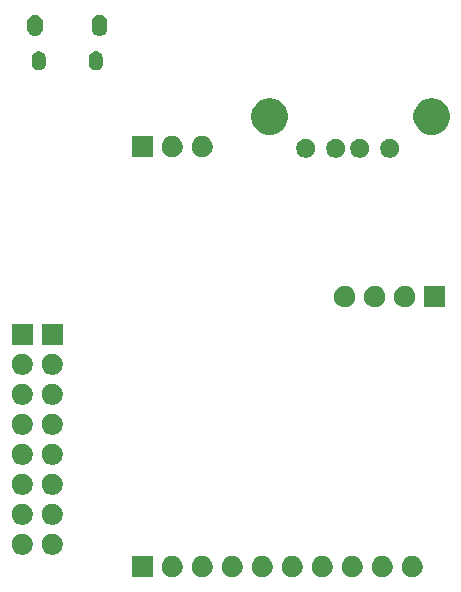
<source format=gbs>
G04 #@! TF.GenerationSoftware,KiCad,Pcbnew,5.1.5*
G04 #@! TF.CreationDate,2020-02-24T15:24:22+03:00*
G04 #@! TF.ProjectId,max3421eboard,6d617833-3432-4316-9562-6f6172642e6b,rev?*
G04 #@! TF.SameCoordinates,Original*
G04 #@! TF.FileFunction,Soldermask,Bot*
G04 #@! TF.FilePolarity,Negative*
%FSLAX46Y46*%
G04 Gerber Fmt 4.6, Leading zero omitted, Abs format (unit mm)*
G04 Created by KiCad (PCBNEW 5.1.5) date 2020-02-24 15:24:22*
%MOMM*%
%LPD*%
G04 APERTURE LIST*
%ADD10C,0.100000*%
G04 APERTURE END LIST*
D10*
G36*
X32016000Y-95516000D02*
G01*
X30214000Y-95516000D01*
X30214000Y-93714000D01*
X32016000Y-93714000D01*
X32016000Y-95516000D01*
G37*
G36*
X51548512Y-93718927D02*
G01*
X51697812Y-93748624D01*
X51861784Y-93816544D01*
X52009354Y-93915147D01*
X52134853Y-94040646D01*
X52233456Y-94188216D01*
X52301376Y-94352188D01*
X52336000Y-94526259D01*
X52336000Y-94703741D01*
X52301376Y-94877812D01*
X52233456Y-95041784D01*
X52134853Y-95189354D01*
X52009354Y-95314853D01*
X51861784Y-95413456D01*
X51697812Y-95481376D01*
X51548512Y-95511073D01*
X51523742Y-95516000D01*
X51346258Y-95516000D01*
X51321488Y-95511073D01*
X51172188Y-95481376D01*
X51008216Y-95413456D01*
X50860646Y-95314853D01*
X50735147Y-95189354D01*
X50636544Y-95041784D01*
X50568624Y-94877812D01*
X50534000Y-94703741D01*
X50534000Y-94526259D01*
X50568624Y-94352188D01*
X50636544Y-94188216D01*
X50735147Y-94040646D01*
X50860646Y-93915147D01*
X51008216Y-93816544D01*
X51172188Y-93748624D01*
X51321488Y-93718927D01*
X51346258Y-93714000D01*
X51523742Y-93714000D01*
X51548512Y-93718927D01*
G37*
G36*
X54088512Y-93718927D02*
G01*
X54237812Y-93748624D01*
X54401784Y-93816544D01*
X54549354Y-93915147D01*
X54674853Y-94040646D01*
X54773456Y-94188216D01*
X54841376Y-94352188D01*
X54876000Y-94526259D01*
X54876000Y-94703741D01*
X54841376Y-94877812D01*
X54773456Y-95041784D01*
X54674853Y-95189354D01*
X54549354Y-95314853D01*
X54401784Y-95413456D01*
X54237812Y-95481376D01*
X54088512Y-95511073D01*
X54063742Y-95516000D01*
X53886258Y-95516000D01*
X53861488Y-95511073D01*
X53712188Y-95481376D01*
X53548216Y-95413456D01*
X53400646Y-95314853D01*
X53275147Y-95189354D01*
X53176544Y-95041784D01*
X53108624Y-94877812D01*
X53074000Y-94703741D01*
X53074000Y-94526259D01*
X53108624Y-94352188D01*
X53176544Y-94188216D01*
X53275147Y-94040646D01*
X53400646Y-93915147D01*
X53548216Y-93816544D01*
X53712188Y-93748624D01*
X53861488Y-93718927D01*
X53886258Y-93714000D01*
X54063742Y-93714000D01*
X54088512Y-93718927D01*
G37*
G36*
X49008512Y-93718927D02*
G01*
X49157812Y-93748624D01*
X49321784Y-93816544D01*
X49469354Y-93915147D01*
X49594853Y-94040646D01*
X49693456Y-94188216D01*
X49761376Y-94352188D01*
X49796000Y-94526259D01*
X49796000Y-94703741D01*
X49761376Y-94877812D01*
X49693456Y-95041784D01*
X49594853Y-95189354D01*
X49469354Y-95314853D01*
X49321784Y-95413456D01*
X49157812Y-95481376D01*
X49008512Y-95511073D01*
X48983742Y-95516000D01*
X48806258Y-95516000D01*
X48781488Y-95511073D01*
X48632188Y-95481376D01*
X48468216Y-95413456D01*
X48320646Y-95314853D01*
X48195147Y-95189354D01*
X48096544Y-95041784D01*
X48028624Y-94877812D01*
X47994000Y-94703741D01*
X47994000Y-94526259D01*
X48028624Y-94352188D01*
X48096544Y-94188216D01*
X48195147Y-94040646D01*
X48320646Y-93915147D01*
X48468216Y-93816544D01*
X48632188Y-93748624D01*
X48781488Y-93718927D01*
X48806258Y-93714000D01*
X48983742Y-93714000D01*
X49008512Y-93718927D01*
G37*
G36*
X46468512Y-93718927D02*
G01*
X46617812Y-93748624D01*
X46781784Y-93816544D01*
X46929354Y-93915147D01*
X47054853Y-94040646D01*
X47153456Y-94188216D01*
X47221376Y-94352188D01*
X47256000Y-94526259D01*
X47256000Y-94703741D01*
X47221376Y-94877812D01*
X47153456Y-95041784D01*
X47054853Y-95189354D01*
X46929354Y-95314853D01*
X46781784Y-95413456D01*
X46617812Y-95481376D01*
X46468512Y-95511073D01*
X46443742Y-95516000D01*
X46266258Y-95516000D01*
X46241488Y-95511073D01*
X46092188Y-95481376D01*
X45928216Y-95413456D01*
X45780646Y-95314853D01*
X45655147Y-95189354D01*
X45556544Y-95041784D01*
X45488624Y-94877812D01*
X45454000Y-94703741D01*
X45454000Y-94526259D01*
X45488624Y-94352188D01*
X45556544Y-94188216D01*
X45655147Y-94040646D01*
X45780646Y-93915147D01*
X45928216Y-93816544D01*
X46092188Y-93748624D01*
X46241488Y-93718927D01*
X46266258Y-93714000D01*
X46443742Y-93714000D01*
X46468512Y-93718927D01*
G37*
G36*
X43928512Y-93718927D02*
G01*
X44077812Y-93748624D01*
X44241784Y-93816544D01*
X44389354Y-93915147D01*
X44514853Y-94040646D01*
X44613456Y-94188216D01*
X44681376Y-94352188D01*
X44716000Y-94526259D01*
X44716000Y-94703741D01*
X44681376Y-94877812D01*
X44613456Y-95041784D01*
X44514853Y-95189354D01*
X44389354Y-95314853D01*
X44241784Y-95413456D01*
X44077812Y-95481376D01*
X43928512Y-95511073D01*
X43903742Y-95516000D01*
X43726258Y-95516000D01*
X43701488Y-95511073D01*
X43552188Y-95481376D01*
X43388216Y-95413456D01*
X43240646Y-95314853D01*
X43115147Y-95189354D01*
X43016544Y-95041784D01*
X42948624Y-94877812D01*
X42914000Y-94703741D01*
X42914000Y-94526259D01*
X42948624Y-94352188D01*
X43016544Y-94188216D01*
X43115147Y-94040646D01*
X43240646Y-93915147D01*
X43388216Y-93816544D01*
X43552188Y-93748624D01*
X43701488Y-93718927D01*
X43726258Y-93714000D01*
X43903742Y-93714000D01*
X43928512Y-93718927D01*
G37*
G36*
X41388512Y-93718927D02*
G01*
X41537812Y-93748624D01*
X41701784Y-93816544D01*
X41849354Y-93915147D01*
X41974853Y-94040646D01*
X42073456Y-94188216D01*
X42141376Y-94352188D01*
X42176000Y-94526259D01*
X42176000Y-94703741D01*
X42141376Y-94877812D01*
X42073456Y-95041784D01*
X41974853Y-95189354D01*
X41849354Y-95314853D01*
X41701784Y-95413456D01*
X41537812Y-95481376D01*
X41388512Y-95511073D01*
X41363742Y-95516000D01*
X41186258Y-95516000D01*
X41161488Y-95511073D01*
X41012188Y-95481376D01*
X40848216Y-95413456D01*
X40700646Y-95314853D01*
X40575147Y-95189354D01*
X40476544Y-95041784D01*
X40408624Y-94877812D01*
X40374000Y-94703741D01*
X40374000Y-94526259D01*
X40408624Y-94352188D01*
X40476544Y-94188216D01*
X40575147Y-94040646D01*
X40700646Y-93915147D01*
X40848216Y-93816544D01*
X41012188Y-93748624D01*
X41161488Y-93718927D01*
X41186258Y-93714000D01*
X41363742Y-93714000D01*
X41388512Y-93718927D01*
G37*
G36*
X38848512Y-93718927D02*
G01*
X38997812Y-93748624D01*
X39161784Y-93816544D01*
X39309354Y-93915147D01*
X39434853Y-94040646D01*
X39533456Y-94188216D01*
X39601376Y-94352188D01*
X39636000Y-94526259D01*
X39636000Y-94703741D01*
X39601376Y-94877812D01*
X39533456Y-95041784D01*
X39434853Y-95189354D01*
X39309354Y-95314853D01*
X39161784Y-95413456D01*
X38997812Y-95481376D01*
X38848512Y-95511073D01*
X38823742Y-95516000D01*
X38646258Y-95516000D01*
X38621488Y-95511073D01*
X38472188Y-95481376D01*
X38308216Y-95413456D01*
X38160646Y-95314853D01*
X38035147Y-95189354D01*
X37936544Y-95041784D01*
X37868624Y-94877812D01*
X37834000Y-94703741D01*
X37834000Y-94526259D01*
X37868624Y-94352188D01*
X37936544Y-94188216D01*
X38035147Y-94040646D01*
X38160646Y-93915147D01*
X38308216Y-93816544D01*
X38472188Y-93748624D01*
X38621488Y-93718927D01*
X38646258Y-93714000D01*
X38823742Y-93714000D01*
X38848512Y-93718927D01*
G37*
G36*
X36308512Y-93718927D02*
G01*
X36457812Y-93748624D01*
X36621784Y-93816544D01*
X36769354Y-93915147D01*
X36894853Y-94040646D01*
X36993456Y-94188216D01*
X37061376Y-94352188D01*
X37096000Y-94526259D01*
X37096000Y-94703741D01*
X37061376Y-94877812D01*
X36993456Y-95041784D01*
X36894853Y-95189354D01*
X36769354Y-95314853D01*
X36621784Y-95413456D01*
X36457812Y-95481376D01*
X36308512Y-95511073D01*
X36283742Y-95516000D01*
X36106258Y-95516000D01*
X36081488Y-95511073D01*
X35932188Y-95481376D01*
X35768216Y-95413456D01*
X35620646Y-95314853D01*
X35495147Y-95189354D01*
X35396544Y-95041784D01*
X35328624Y-94877812D01*
X35294000Y-94703741D01*
X35294000Y-94526259D01*
X35328624Y-94352188D01*
X35396544Y-94188216D01*
X35495147Y-94040646D01*
X35620646Y-93915147D01*
X35768216Y-93816544D01*
X35932188Y-93748624D01*
X36081488Y-93718927D01*
X36106258Y-93714000D01*
X36283742Y-93714000D01*
X36308512Y-93718927D01*
G37*
G36*
X33768512Y-93718927D02*
G01*
X33917812Y-93748624D01*
X34081784Y-93816544D01*
X34229354Y-93915147D01*
X34354853Y-94040646D01*
X34453456Y-94188216D01*
X34521376Y-94352188D01*
X34556000Y-94526259D01*
X34556000Y-94703741D01*
X34521376Y-94877812D01*
X34453456Y-95041784D01*
X34354853Y-95189354D01*
X34229354Y-95314853D01*
X34081784Y-95413456D01*
X33917812Y-95481376D01*
X33768512Y-95511073D01*
X33743742Y-95516000D01*
X33566258Y-95516000D01*
X33541488Y-95511073D01*
X33392188Y-95481376D01*
X33228216Y-95413456D01*
X33080646Y-95314853D01*
X32955147Y-95189354D01*
X32856544Y-95041784D01*
X32788624Y-94877812D01*
X32754000Y-94703741D01*
X32754000Y-94526259D01*
X32788624Y-94352188D01*
X32856544Y-94188216D01*
X32955147Y-94040646D01*
X33080646Y-93915147D01*
X33228216Y-93816544D01*
X33392188Y-93748624D01*
X33541488Y-93718927D01*
X33566258Y-93714000D01*
X33743742Y-93714000D01*
X33768512Y-93718927D01*
G37*
G36*
X21068512Y-91813927D02*
G01*
X21217812Y-91843624D01*
X21381784Y-91911544D01*
X21529354Y-92010147D01*
X21654853Y-92135646D01*
X21753456Y-92283216D01*
X21821376Y-92447188D01*
X21856000Y-92621259D01*
X21856000Y-92798741D01*
X21821376Y-92972812D01*
X21753456Y-93136784D01*
X21654853Y-93284354D01*
X21529354Y-93409853D01*
X21381784Y-93508456D01*
X21217812Y-93576376D01*
X21068512Y-93606073D01*
X21043742Y-93611000D01*
X20866258Y-93611000D01*
X20841488Y-93606073D01*
X20692188Y-93576376D01*
X20528216Y-93508456D01*
X20380646Y-93409853D01*
X20255147Y-93284354D01*
X20156544Y-93136784D01*
X20088624Y-92972812D01*
X20054000Y-92798741D01*
X20054000Y-92621259D01*
X20088624Y-92447188D01*
X20156544Y-92283216D01*
X20255147Y-92135646D01*
X20380646Y-92010147D01*
X20528216Y-91911544D01*
X20692188Y-91843624D01*
X20841488Y-91813927D01*
X20866258Y-91809000D01*
X21043742Y-91809000D01*
X21068512Y-91813927D01*
G37*
G36*
X23608512Y-91813927D02*
G01*
X23757812Y-91843624D01*
X23921784Y-91911544D01*
X24069354Y-92010147D01*
X24194853Y-92135646D01*
X24293456Y-92283216D01*
X24361376Y-92447188D01*
X24396000Y-92621259D01*
X24396000Y-92798741D01*
X24361376Y-92972812D01*
X24293456Y-93136784D01*
X24194853Y-93284354D01*
X24069354Y-93409853D01*
X23921784Y-93508456D01*
X23757812Y-93576376D01*
X23608512Y-93606073D01*
X23583742Y-93611000D01*
X23406258Y-93611000D01*
X23381488Y-93606073D01*
X23232188Y-93576376D01*
X23068216Y-93508456D01*
X22920646Y-93409853D01*
X22795147Y-93284354D01*
X22696544Y-93136784D01*
X22628624Y-92972812D01*
X22594000Y-92798741D01*
X22594000Y-92621259D01*
X22628624Y-92447188D01*
X22696544Y-92283216D01*
X22795147Y-92135646D01*
X22920646Y-92010147D01*
X23068216Y-91911544D01*
X23232188Y-91843624D01*
X23381488Y-91813927D01*
X23406258Y-91809000D01*
X23583742Y-91809000D01*
X23608512Y-91813927D01*
G37*
G36*
X21068512Y-89273927D02*
G01*
X21217812Y-89303624D01*
X21381784Y-89371544D01*
X21529354Y-89470147D01*
X21654853Y-89595646D01*
X21753456Y-89743216D01*
X21821376Y-89907188D01*
X21856000Y-90081259D01*
X21856000Y-90258741D01*
X21821376Y-90432812D01*
X21753456Y-90596784D01*
X21654853Y-90744354D01*
X21529354Y-90869853D01*
X21381784Y-90968456D01*
X21217812Y-91036376D01*
X21068512Y-91066073D01*
X21043742Y-91071000D01*
X20866258Y-91071000D01*
X20841488Y-91066073D01*
X20692188Y-91036376D01*
X20528216Y-90968456D01*
X20380646Y-90869853D01*
X20255147Y-90744354D01*
X20156544Y-90596784D01*
X20088624Y-90432812D01*
X20054000Y-90258741D01*
X20054000Y-90081259D01*
X20088624Y-89907188D01*
X20156544Y-89743216D01*
X20255147Y-89595646D01*
X20380646Y-89470147D01*
X20528216Y-89371544D01*
X20692188Y-89303624D01*
X20841488Y-89273927D01*
X20866258Y-89269000D01*
X21043742Y-89269000D01*
X21068512Y-89273927D01*
G37*
G36*
X23608512Y-89273927D02*
G01*
X23757812Y-89303624D01*
X23921784Y-89371544D01*
X24069354Y-89470147D01*
X24194853Y-89595646D01*
X24293456Y-89743216D01*
X24361376Y-89907188D01*
X24396000Y-90081259D01*
X24396000Y-90258741D01*
X24361376Y-90432812D01*
X24293456Y-90596784D01*
X24194853Y-90744354D01*
X24069354Y-90869853D01*
X23921784Y-90968456D01*
X23757812Y-91036376D01*
X23608512Y-91066073D01*
X23583742Y-91071000D01*
X23406258Y-91071000D01*
X23381488Y-91066073D01*
X23232188Y-91036376D01*
X23068216Y-90968456D01*
X22920646Y-90869853D01*
X22795147Y-90744354D01*
X22696544Y-90596784D01*
X22628624Y-90432812D01*
X22594000Y-90258741D01*
X22594000Y-90081259D01*
X22628624Y-89907188D01*
X22696544Y-89743216D01*
X22795147Y-89595646D01*
X22920646Y-89470147D01*
X23068216Y-89371544D01*
X23232188Y-89303624D01*
X23381488Y-89273927D01*
X23406258Y-89269000D01*
X23583742Y-89269000D01*
X23608512Y-89273927D01*
G37*
G36*
X21068512Y-86733927D02*
G01*
X21217812Y-86763624D01*
X21381784Y-86831544D01*
X21529354Y-86930147D01*
X21654853Y-87055646D01*
X21753456Y-87203216D01*
X21821376Y-87367188D01*
X21856000Y-87541259D01*
X21856000Y-87718741D01*
X21821376Y-87892812D01*
X21753456Y-88056784D01*
X21654853Y-88204354D01*
X21529354Y-88329853D01*
X21381784Y-88428456D01*
X21217812Y-88496376D01*
X21068512Y-88526073D01*
X21043742Y-88531000D01*
X20866258Y-88531000D01*
X20841488Y-88526073D01*
X20692188Y-88496376D01*
X20528216Y-88428456D01*
X20380646Y-88329853D01*
X20255147Y-88204354D01*
X20156544Y-88056784D01*
X20088624Y-87892812D01*
X20054000Y-87718741D01*
X20054000Y-87541259D01*
X20088624Y-87367188D01*
X20156544Y-87203216D01*
X20255147Y-87055646D01*
X20380646Y-86930147D01*
X20528216Y-86831544D01*
X20692188Y-86763624D01*
X20841488Y-86733927D01*
X20866258Y-86729000D01*
X21043742Y-86729000D01*
X21068512Y-86733927D01*
G37*
G36*
X23608512Y-86733927D02*
G01*
X23757812Y-86763624D01*
X23921784Y-86831544D01*
X24069354Y-86930147D01*
X24194853Y-87055646D01*
X24293456Y-87203216D01*
X24361376Y-87367188D01*
X24396000Y-87541259D01*
X24396000Y-87718741D01*
X24361376Y-87892812D01*
X24293456Y-88056784D01*
X24194853Y-88204354D01*
X24069354Y-88329853D01*
X23921784Y-88428456D01*
X23757812Y-88496376D01*
X23608512Y-88526073D01*
X23583742Y-88531000D01*
X23406258Y-88531000D01*
X23381488Y-88526073D01*
X23232188Y-88496376D01*
X23068216Y-88428456D01*
X22920646Y-88329853D01*
X22795147Y-88204354D01*
X22696544Y-88056784D01*
X22628624Y-87892812D01*
X22594000Y-87718741D01*
X22594000Y-87541259D01*
X22628624Y-87367188D01*
X22696544Y-87203216D01*
X22795147Y-87055646D01*
X22920646Y-86930147D01*
X23068216Y-86831544D01*
X23232188Y-86763624D01*
X23381488Y-86733927D01*
X23406258Y-86729000D01*
X23583742Y-86729000D01*
X23608512Y-86733927D01*
G37*
G36*
X23608512Y-84193927D02*
G01*
X23757812Y-84223624D01*
X23921784Y-84291544D01*
X24069354Y-84390147D01*
X24194853Y-84515646D01*
X24293456Y-84663216D01*
X24361376Y-84827188D01*
X24396000Y-85001259D01*
X24396000Y-85178741D01*
X24361376Y-85352812D01*
X24293456Y-85516784D01*
X24194853Y-85664354D01*
X24069354Y-85789853D01*
X23921784Y-85888456D01*
X23757812Y-85956376D01*
X23608512Y-85986073D01*
X23583742Y-85991000D01*
X23406258Y-85991000D01*
X23381488Y-85986073D01*
X23232188Y-85956376D01*
X23068216Y-85888456D01*
X22920646Y-85789853D01*
X22795147Y-85664354D01*
X22696544Y-85516784D01*
X22628624Y-85352812D01*
X22594000Y-85178741D01*
X22594000Y-85001259D01*
X22628624Y-84827188D01*
X22696544Y-84663216D01*
X22795147Y-84515646D01*
X22920646Y-84390147D01*
X23068216Y-84291544D01*
X23232188Y-84223624D01*
X23381488Y-84193927D01*
X23406258Y-84189000D01*
X23583742Y-84189000D01*
X23608512Y-84193927D01*
G37*
G36*
X21068512Y-84193927D02*
G01*
X21217812Y-84223624D01*
X21381784Y-84291544D01*
X21529354Y-84390147D01*
X21654853Y-84515646D01*
X21753456Y-84663216D01*
X21821376Y-84827188D01*
X21856000Y-85001259D01*
X21856000Y-85178741D01*
X21821376Y-85352812D01*
X21753456Y-85516784D01*
X21654853Y-85664354D01*
X21529354Y-85789853D01*
X21381784Y-85888456D01*
X21217812Y-85956376D01*
X21068512Y-85986073D01*
X21043742Y-85991000D01*
X20866258Y-85991000D01*
X20841488Y-85986073D01*
X20692188Y-85956376D01*
X20528216Y-85888456D01*
X20380646Y-85789853D01*
X20255147Y-85664354D01*
X20156544Y-85516784D01*
X20088624Y-85352812D01*
X20054000Y-85178741D01*
X20054000Y-85001259D01*
X20088624Y-84827188D01*
X20156544Y-84663216D01*
X20255147Y-84515646D01*
X20380646Y-84390147D01*
X20528216Y-84291544D01*
X20692188Y-84223624D01*
X20841488Y-84193927D01*
X20866258Y-84189000D01*
X21043742Y-84189000D01*
X21068512Y-84193927D01*
G37*
G36*
X21068512Y-81653927D02*
G01*
X21217812Y-81683624D01*
X21381784Y-81751544D01*
X21529354Y-81850147D01*
X21654853Y-81975646D01*
X21753456Y-82123216D01*
X21821376Y-82287188D01*
X21856000Y-82461259D01*
X21856000Y-82638741D01*
X21821376Y-82812812D01*
X21753456Y-82976784D01*
X21654853Y-83124354D01*
X21529354Y-83249853D01*
X21381784Y-83348456D01*
X21217812Y-83416376D01*
X21068512Y-83446073D01*
X21043742Y-83451000D01*
X20866258Y-83451000D01*
X20841488Y-83446073D01*
X20692188Y-83416376D01*
X20528216Y-83348456D01*
X20380646Y-83249853D01*
X20255147Y-83124354D01*
X20156544Y-82976784D01*
X20088624Y-82812812D01*
X20054000Y-82638741D01*
X20054000Y-82461259D01*
X20088624Y-82287188D01*
X20156544Y-82123216D01*
X20255147Y-81975646D01*
X20380646Y-81850147D01*
X20528216Y-81751544D01*
X20692188Y-81683624D01*
X20841488Y-81653927D01*
X20866258Y-81649000D01*
X21043742Y-81649000D01*
X21068512Y-81653927D01*
G37*
G36*
X23608512Y-81653927D02*
G01*
X23757812Y-81683624D01*
X23921784Y-81751544D01*
X24069354Y-81850147D01*
X24194853Y-81975646D01*
X24293456Y-82123216D01*
X24361376Y-82287188D01*
X24396000Y-82461259D01*
X24396000Y-82638741D01*
X24361376Y-82812812D01*
X24293456Y-82976784D01*
X24194853Y-83124354D01*
X24069354Y-83249853D01*
X23921784Y-83348456D01*
X23757812Y-83416376D01*
X23608512Y-83446073D01*
X23583742Y-83451000D01*
X23406258Y-83451000D01*
X23381488Y-83446073D01*
X23232188Y-83416376D01*
X23068216Y-83348456D01*
X22920646Y-83249853D01*
X22795147Y-83124354D01*
X22696544Y-82976784D01*
X22628624Y-82812812D01*
X22594000Y-82638741D01*
X22594000Y-82461259D01*
X22628624Y-82287188D01*
X22696544Y-82123216D01*
X22795147Y-81975646D01*
X22920646Y-81850147D01*
X23068216Y-81751544D01*
X23232188Y-81683624D01*
X23381488Y-81653927D01*
X23406258Y-81649000D01*
X23583742Y-81649000D01*
X23608512Y-81653927D01*
G37*
G36*
X23608512Y-79113927D02*
G01*
X23757812Y-79143624D01*
X23921784Y-79211544D01*
X24069354Y-79310147D01*
X24194853Y-79435646D01*
X24293456Y-79583216D01*
X24361376Y-79747188D01*
X24396000Y-79921259D01*
X24396000Y-80098741D01*
X24361376Y-80272812D01*
X24293456Y-80436784D01*
X24194853Y-80584354D01*
X24069354Y-80709853D01*
X23921784Y-80808456D01*
X23757812Y-80876376D01*
X23608512Y-80906073D01*
X23583742Y-80911000D01*
X23406258Y-80911000D01*
X23381488Y-80906073D01*
X23232188Y-80876376D01*
X23068216Y-80808456D01*
X22920646Y-80709853D01*
X22795147Y-80584354D01*
X22696544Y-80436784D01*
X22628624Y-80272812D01*
X22594000Y-80098741D01*
X22594000Y-79921259D01*
X22628624Y-79747188D01*
X22696544Y-79583216D01*
X22795147Y-79435646D01*
X22920646Y-79310147D01*
X23068216Y-79211544D01*
X23232188Y-79143624D01*
X23381488Y-79113927D01*
X23406258Y-79109000D01*
X23583742Y-79109000D01*
X23608512Y-79113927D01*
G37*
G36*
X21068512Y-79113927D02*
G01*
X21217812Y-79143624D01*
X21381784Y-79211544D01*
X21529354Y-79310147D01*
X21654853Y-79435646D01*
X21753456Y-79583216D01*
X21821376Y-79747188D01*
X21856000Y-79921259D01*
X21856000Y-80098741D01*
X21821376Y-80272812D01*
X21753456Y-80436784D01*
X21654853Y-80584354D01*
X21529354Y-80709853D01*
X21381784Y-80808456D01*
X21217812Y-80876376D01*
X21068512Y-80906073D01*
X21043742Y-80911000D01*
X20866258Y-80911000D01*
X20841488Y-80906073D01*
X20692188Y-80876376D01*
X20528216Y-80808456D01*
X20380646Y-80709853D01*
X20255147Y-80584354D01*
X20156544Y-80436784D01*
X20088624Y-80272812D01*
X20054000Y-80098741D01*
X20054000Y-79921259D01*
X20088624Y-79747188D01*
X20156544Y-79583216D01*
X20255147Y-79435646D01*
X20380646Y-79310147D01*
X20528216Y-79211544D01*
X20692188Y-79143624D01*
X20841488Y-79113927D01*
X20866258Y-79109000D01*
X21043742Y-79109000D01*
X21068512Y-79113927D01*
G37*
G36*
X21068512Y-76573927D02*
G01*
X21217812Y-76603624D01*
X21381784Y-76671544D01*
X21529354Y-76770147D01*
X21654853Y-76895646D01*
X21753456Y-77043216D01*
X21821376Y-77207188D01*
X21856000Y-77381259D01*
X21856000Y-77558741D01*
X21821376Y-77732812D01*
X21753456Y-77896784D01*
X21654853Y-78044354D01*
X21529354Y-78169853D01*
X21381784Y-78268456D01*
X21217812Y-78336376D01*
X21068512Y-78366073D01*
X21043742Y-78371000D01*
X20866258Y-78371000D01*
X20841488Y-78366073D01*
X20692188Y-78336376D01*
X20528216Y-78268456D01*
X20380646Y-78169853D01*
X20255147Y-78044354D01*
X20156544Y-77896784D01*
X20088624Y-77732812D01*
X20054000Y-77558741D01*
X20054000Y-77381259D01*
X20088624Y-77207188D01*
X20156544Y-77043216D01*
X20255147Y-76895646D01*
X20380646Y-76770147D01*
X20528216Y-76671544D01*
X20692188Y-76603624D01*
X20841488Y-76573927D01*
X20866258Y-76569000D01*
X21043742Y-76569000D01*
X21068512Y-76573927D01*
G37*
G36*
X23608512Y-76573927D02*
G01*
X23757812Y-76603624D01*
X23921784Y-76671544D01*
X24069354Y-76770147D01*
X24194853Y-76895646D01*
X24293456Y-77043216D01*
X24361376Y-77207188D01*
X24396000Y-77381259D01*
X24396000Y-77558741D01*
X24361376Y-77732812D01*
X24293456Y-77896784D01*
X24194853Y-78044354D01*
X24069354Y-78169853D01*
X23921784Y-78268456D01*
X23757812Y-78336376D01*
X23608512Y-78366073D01*
X23583742Y-78371000D01*
X23406258Y-78371000D01*
X23381488Y-78366073D01*
X23232188Y-78336376D01*
X23068216Y-78268456D01*
X22920646Y-78169853D01*
X22795147Y-78044354D01*
X22696544Y-77896784D01*
X22628624Y-77732812D01*
X22594000Y-77558741D01*
X22594000Y-77381259D01*
X22628624Y-77207188D01*
X22696544Y-77043216D01*
X22795147Y-76895646D01*
X22920646Y-76770147D01*
X23068216Y-76671544D01*
X23232188Y-76603624D01*
X23381488Y-76573927D01*
X23406258Y-76569000D01*
X23583742Y-76569000D01*
X23608512Y-76573927D01*
G37*
G36*
X21856000Y-75831000D02*
G01*
X20054000Y-75831000D01*
X20054000Y-74029000D01*
X21856000Y-74029000D01*
X21856000Y-75831000D01*
G37*
G36*
X24396000Y-75831000D02*
G01*
X22594000Y-75831000D01*
X22594000Y-74029000D01*
X24396000Y-74029000D01*
X24396000Y-75831000D01*
G37*
G36*
X56781000Y-72656000D02*
G01*
X54979000Y-72656000D01*
X54979000Y-70854000D01*
X56781000Y-70854000D01*
X56781000Y-72656000D01*
G37*
G36*
X53453512Y-70858927D02*
G01*
X53602812Y-70888624D01*
X53766784Y-70956544D01*
X53914354Y-71055147D01*
X54039853Y-71180646D01*
X54138456Y-71328216D01*
X54206376Y-71492188D01*
X54241000Y-71666259D01*
X54241000Y-71843741D01*
X54206376Y-72017812D01*
X54138456Y-72181784D01*
X54039853Y-72329354D01*
X53914354Y-72454853D01*
X53766784Y-72553456D01*
X53602812Y-72621376D01*
X53453512Y-72651073D01*
X53428742Y-72656000D01*
X53251258Y-72656000D01*
X53226488Y-72651073D01*
X53077188Y-72621376D01*
X52913216Y-72553456D01*
X52765646Y-72454853D01*
X52640147Y-72329354D01*
X52541544Y-72181784D01*
X52473624Y-72017812D01*
X52439000Y-71843741D01*
X52439000Y-71666259D01*
X52473624Y-71492188D01*
X52541544Y-71328216D01*
X52640147Y-71180646D01*
X52765646Y-71055147D01*
X52913216Y-70956544D01*
X53077188Y-70888624D01*
X53226488Y-70858927D01*
X53251258Y-70854000D01*
X53428742Y-70854000D01*
X53453512Y-70858927D01*
G37*
G36*
X50913512Y-70858927D02*
G01*
X51062812Y-70888624D01*
X51226784Y-70956544D01*
X51374354Y-71055147D01*
X51499853Y-71180646D01*
X51598456Y-71328216D01*
X51666376Y-71492188D01*
X51701000Y-71666259D01*
X51701000Y-71843741D01*
X51666376Y-72017812D01*
X51598456Y-72181784D01*
X51499853Y-72329354D01*
X51374354Y-72454853D01*
X51226784Y-72553456D01*
X51062812Y-72621376D01*
X50913512Y-72651073D01*
X50888742Y-72656000D01*
X50711258Y-72656000D01*
X50686488Y-72651073D01*
X50537188Y-72621376D01*
X50373216Y-72553456D01*
X50225646Y-72454853D01*
X50100147Y-72329354D01*
X50001544Y-72181784D01*
X49933624Y-72017812D01*
X49899000Y-71843741D01*
X49899000Y-71666259D01*
X49933624Y-71492188D01*
X50001544Y-71328216D01*
X50100147Y-71180646D01*
X50225646Y-71055147D01*
X50373216Y-70956544D01*
X50537188Y-70888624D01*
X50686488Y-70858927D01*
X50711258Y-70854000D01*
X50888742Y-70854000D01*
X50913512Y-70858927D01*
G37*
G36*
X48373512Y-70858927D02*
G01*
X48522812Y-70888624D01*
X48686784Y-70956544D01*
X48834354Y-71055147D01*
X48959853Y-71180646D01*
X49058456Y-71328216D01*
X49126376Y-71492188D01*
X49161000Y-71666259D01*
X49161000Y-71843741D01*
X49126376Y-72017812D01*
X49058456Y-72181784D01*
X48959853Y-72329354D01*
X48834354Y-72454853D01*
X48686784Y-72553456D01*
X48522812Y-72621376D01*
X48373512Y-72651073D01*
X48348742Y-72656000D01*
X48171258Y-72656000D01*
X48146488Y-72651073D01*
X47997188Y-72621376D01*
X47833216Y-72553456D01*
X47685646Y-72454853D01*
X47560147Y-72329354D01*
X47461544Y-72181784D01*
X47393624Y-72017812D01*
X47359000Y-71843741D01*
X47359000Y-71666259D01*
X47393624Y-71492188D01*
X47461544Y-71328216D01*
X47560147Y-71180646D01*
X47685646Y-71055147D01*
X47833216Y-70956544D01*
X47997188Y-70888624D01*
X48146488Y-70858927D01*
X48171258Y-70854000D01*
X48348742Y-70854000D01*
X48373512Y-70858927D01*
G37*
G36*
X49763642Y-58414781D02*
G01*
X49909414Y-58475162D01*
X49909416Y-58475163D01*
X50040608Y-58562822D01*
X50152178Y-58674392D01*
X50239837Y-58805584D01*
X50239838Y-58805586D01*
X50300219Y-58951358D01*
X50331000Y-59106107D01*
X50331000Y-59263893D01*
X50300219Y-59418642D01*
X50239838Y-59564414D01*
X50239837Y-59564416D01*
X50152178Y-59695608D01*
X50040608Y-59807178D01*
X49909416Y-59894837D01*
X49909415Y-59894838D01*
X49909414Y-59894838D01*
X49763642Y-59955219D01*
X49608893Y-59986000D01*
X49451107Y-59986000D01*
X49296358Y-59955219D01*
X49150586Y-59894838D01*
X49150585Y-59894838D01*
X49150584Y-59894837D01*
X49019392Y-59807178D01*
X48907822Y-59695608D01*
X48820163Y-59564416D01*
X48820162Y-59564414D01*
X48759781Y-59418642D01*
X48729000Y-59263893D01*
X48729000Y-59106107D01*
X48759781Y-58951358D01*
X48820162Y-58805586D01*
X48820163Y-58805584D01*
X48907822Y-58674392D01*
X49019392Y-58562822D01*
X49150584Y-58475163D01*
X49150586Y-58475162D01*
X49296358Y-58414781D01*
X49451107Y-58384000D01*
X49608893Y-58384000D01*
X49763642Y-58414781D01*
G37*
G36*
X52303642Y-58414781D02*
G01*
X52449414Y-58475162D01*
X52449416Y-58475163D01*
X52580608Y-58562822D01*
X52692178Y-58674392D01*
X52779837Y-58805584D01*
X52779838Y-58805586D01*
X52840219Y-58951358D01*
X52871000Y-59106107D01*
X52871000Y-59263893D01*
X52840219Y-59418642D01*
X52779838Y-59564414D01*
X52779837Y-59564416D01*
X52692178Y-59695608D01*
X52580608Y-59807178D01*
X52449416Y-59894837D01*
X52449415Y-59894838D01*
X52449414Y-59894838D01*
X52303642Y-59955219D01*
X52148893Y-59986000D01*
X51991107Y-59986000D01*
X51836358Y-59955219D01*
X51690586Y-59894838D01*
X51690585Y-59894838D01*
X51690584Y-59894837D01*
X51559392Y-59807178D01*
X51447822Y-59695608D01*
X51360163Y-59564416D01*
X51360162Y-59564414D01*
X51299781Y-59418642D01*
X51269000Y-59263893D01*
X51269000Y-59106107D01*
X51299781Y-58951358D01*
X51360162Y-58805586D01*
X51360163Y-58805584D01*
X51447822Y-58674392D01*
X51559392Y-58562822D01*
X51690584Y-58475163D01*
X51690586Y-58475162D01*
X51836358Y-58414781D01*
X51991107Y-58384000D01*
X52148893Y-58384000D01*
X52303642Y-58414781D01*
G37*
G36*
X47733642Y-58414781D02*
G01*
X47879414Y-58475162D01*
X47879416Y-58475163D01*
X48010608Y-58562822D01*
X48122178Y-58674392D01*
X48209837Y-58805584D01*
X48209838Y-58805586D01*
X48270219Y-58951358D01*
X48301000Y-59106107D01*
X48301000Y-59263893D01*
X48270219Y-59418642D01*
X48209838Y-59564414D01*
X48209837Y-59564416D01*
X48122178Y-59695608D01*
X48010608Y-59807178D01*
X47879416Y-59894837D01*
X47879415Y-59894838D01*
X47879414Y-59894838D01*
X47733642Y-59955219D01*
X47578893Y-59986000D01*
X47421107Y-59986000D01*
X47266358Y-59955219D01*
X47120586Y-59894838D01*
X47120585Y-59894838D01*
X47120584Y-59894837D01*
X46989392Y-59807178D01*
X46877822Y-59695608D01*
X46790163Y-59564416D01*
X46790162Y-59564414D01*
X46729781Y-59418642D01*
X46699000Y-59263893D01*
X46699000Y-59106107D01*
X46729781Y-58951358D01*
X46790162Y-58805586D01*
X46790163Y-58805584D01*
X46877822Y-58674392D01*
X46989392Y-58562822D01*
X47120584Y-58475163D01*
X47120586Y-58475162D01*
X47266358Y-58414781D01*
X47421107Y-58384000D01*
X47578893Y-58384000D01*
X47733642Y-58414781D01*
G37*
G36*
X45193642Y-58414781D02*
G01*
X45339414Y-58475162D01*
X45339416Y-58475163D01*
X45470608Y-58562822D01*
X45582178Y-58674392D01*
X45669837Y-58805584D01*
X45669838Y-58805586D01*
X45730219Y-58951358D01*
X45761000Y-59106107D01*
X45761000Y-59263893D01*
X45730219Y-59418642D01*
X45669838Y-59564414D01*
X45669837Y-59564416D01*
X45582178Y-59695608D01*
X45470608Y-59807178D01*
X45339416Y-59894837D01*
X45339415Y-59894838D01*
X45339414Y-59894838D01*
X45193642Y-59955219D01*
X45038893Y-59986000D01*
X44881107Y-59986000D01*
X44726358Y-59955219D01*
X44580586Y-59894838D01*
X44580585Y-59894838D01*
X44580584Y-59894837D01*
X44449392Y-59807178D01*
X44337822Y-59695608D01*
X44250163Y-59564416D01*
X44250162Y-59564414D01*
X44189781Y-59418642D01*
X44159000Y-59263893D01*
X44159000Y-59106107D01*
X44189781Y-58951358D01*
X44250162Y-58805586D01*
X44250163Y-58805584D01*
X44337822Y-58674392D01*
X44449392Y-58562822D01*
X44580584Y-58475163D01*
X44580586Y-58475162D01*
X44726358Y-58414781D01*
X44881107Y-58384000D01*
X45038893Y-58384000D01*
X45193642Y-58414781D01*
G37*
G36*
X33768512Y-58158927D02*
G01*
X33917812Y-58188624D01*
X34081784Y-58256544D01*
X34229354Y-58355147D01*
X34354853Y-58480646D01*
X34453456Y-58628216D01*
X34521376Y-58792188D01*
X34556000Y-58966259D01*
X34556000Y-59143741D01*
X34521376Y-59317812D01*
X34453456Y-59481784D01*
X34354853Y-59629354D01*
X34229354Y-59754853D01*
X34081784Y-59853456D01*
X33917812Y-59921376D01*
X33768512Y-59951073D01*
X33743742Y-59956000D01*
X33566258Y-59956000D01*
X33541488Y-59951073D01*
X33392188Y-59921376D01*
X33228216Y-59853456D01*
X33080646Y-59754853D01*
X32955147Y-59629354D01*
X32856544Y-59481784D01*
X32788624Y-59317812D01*
X32754000Y-59143741D01*
X32754000Y-58966259D01*
X32788624Y-58792188D01*
X32856544Y-58628216D01*
X32955147Y-58480646D01*
X33080646Y-58355147D01*
X33228216Y-58256544D01*
X33392188Y-58188624D01*
X33541488Y-58158927D01*
X33566258Y-58154000D01*
X33743742Y-58154000D01*
X33768512Y-58158927D01*
G37*
G36*
X36308512Y-58158927D02*
G01*
X36457812Y-58188624D01*
X36621784Y-58256544D01*
X36769354Y-58355147D01*
X36894853Y-58480646D01*
X36993456Y-58628216D01*
X37061376Y-58792188D01*
X37096000Y-58966259D01*
X37096000Y-59143741D01*
X37061376Y-59317812D01*
X36993456Y-59481784D01*
X36894853Y-59629354D01*
X36769354Y-59754853D01*
X36621784Y-59853456D01*
X36457812Y-59921376D01*
X36308512Y-59951073D01*
X36283742Y-59956000D01*
X36106258Y-59956000D01*
X36081488Y-59951073D01*
X35932188Y-59921376D01*
X35768216Y-59853456D01*
X35620646Y-59754853D01*
X35495147Y-59629354D01*
X35396544Y-59481784D01*
X35328624Y-59317812D01*
X35294000Y-59143741D01*
X35294000Y-58966259D01*
X35328624Y-58792188D01*
X35396544Y-58628216D01*
X35495147Y-58480646D01*
X35620646Y-58355147D01*
X35768216Y-58256544D01*
X35932188Y-58188624D01*
X36081488Y-58158927D01*
X36106258Y-58154000D01*
X36283742Y-58154000D01*
X36308512Y-58158927D01*
G37*
G36*
X32016000Y-59956000D02*
G01*
X30214000Y-59956000D01*
X30214000Y-58154000D01*
X32016000Y-58154000D01*
X32016000Y-59956000D01*
G37*
G36*
X55932585Y-54993802D02*
G01*
X56082410Y-55023604D01*
X56364674Y-55140521D01*
X56618705Y-55310259D01*
X56834741Y-55526295D01*
X57004479Y-55780326D01*
X57121396Y-56062590D01*
X57181000Y-56362240D01*
X57181000Y-56667760D01*
X57121396Y-56967410D01*
X57004479Y-57249674D01*
X56834741Y-57503705D01*
X56618705Y-57719741D01*
X56364674Y-57889479D01*
X56082410Y-58006396D01*
X55932585Y-58036198D01*
X55782761Y-58066000D01*
X55477239Y-58066000D01*
X55327415Y-58036198D01*
X55177590Y-58006396D01*
X54895326Y-57889479D01*
X54641295Y-57719741D01*
X54425259Y-57503705D01*
X54255521Y-57249674D01*
X54138604Y-56967410D01*
X54079000Y-56667760D01*
X54079000Y-56362240D01*
X54138604Y-56062590D01*
X54255521Y-55780326D01*
X54425259Y-55526295D01*
X54641295Y-55310259D01*
X54895326Y-55140521D01*
X55177590Y-55023604D01*
X55327415Y-54993802D01*
X55477239Y-54964000D01*
X55782761Y-54964000D01*
X55932585Y-54993802D01*
G37*
G36*
X42212585Y-54993802D02*
G01*
X42362410Y-55023604D01*
X42644674Y-55140521D01*
X42898705Y-55310259D01*
X43114741Y-55526295D01*
X43284479Y-55780326D01*
X43401396Y-56062590D01*
X43461000Y-56362240D01*
X43461000Y-56667760D01*
X43401396Y-56967410D01*
X43284479Y-57249674D01*
X43114741Y-57503705D01*
X42898705Y-57719741D01*
X42644674Y-57889479D01*
X42362410Y-58006396D01*
X42212585Y-58036198D01*
X42062761Y-58066000D01*
X41757239Y-58066000D01*
X41607415Y-58036198D01*
X41457590Y-58006396D01*
X41175326Y-57889479D01*
X40921295Y-57719741D01*
X40705259Y-57503705D01*
X40535521Y-57249674D01*
X40418604Y-56967410D01*
X40359000Y-56667760D01*
X40359000Y-56362240D01*
X40418604Y-56062590D01*
X40535521Y-55780326D01*
X40705259Y-55526295D01*
X40921295Y-55310259D01*
X41175326Y-55140521D01*
X41457590Y-55023604D01*
X41607415Y-54993802D01*
X41757239Y-54964000D01*
X42062761Y-54964000D01*
X42212585Y-54993802D01*
G37*
G36*
X22462818Y-50992696D02*
G01*
X22576105Y-51027062D01*
X22680512Y-51082869D01*
X22772027Y-51157973D01*
X22847131Y-51249488D01*
X22902938Y-51353895D01*
X22937304Y-51467182D01*
X22946000Y-51555482D01*
X22946000Y-52014519D01*
X22937304Y-52102818D01*
X22902938Y-52216105D01*
X22847131Y-52320512D01*
X22847130Y-52320513D01*
X22772027Y-52412027D01*
X22696923Y-52473662D01*
X22680511Y-52487131D01*
X22576104Y-52542938D01*
X22462817Y-52577304D01*
X22345000Y-52588907D01*
X22227182Y-52577304D01*
X22113895Y-52542938D01*
X22009488Y-52487131D01*
X21995572Y-52475711D01*
X21917973Y-52412027D01*
X21842870Y-52320512D01*
X21842869Y-52320511D01*
X21787062Y-52216104D01*
X21752696Y-52102817D01*
X21744000Y-52014518D01*
X21744000Y-51555481D01*
X21752696Y-51467182D01*
X21787062Y-51353895D01*
X21842869Y-51249488D01*
X21917974Y-51157973D01*
X22009489Y-51082869D01*
X22113896Y-51027062D01*
X22227183Y-50992696D01*
X22345000Y-50981093D01*
X22462818Y-50992696D01*
G37*
G36*
X27302818Y-50992696D02*
G01*
X27416105Y-51027062D01*
X27520512Y-51082869D01*
X27612027Y-51157973D01*
X27687131Y-51249488D01*
X27742938Y-51353895D01*
X27777304Y-51467182D01*
X27786000Y-51555482D01*
X27786000Y-52014519D01*
X27777304Y-52102818D01*
X27742938Y-52216105D01*
X27687131Y-52320512D01*
X27687130Y-52320513D01*
X27612027Y-52412027D01*
X27536923Y-52473662D01*
X27520511Y-52487131D01*
X27416104Y-52542938D01*
X27302817Y-52577304D01*
X27185000Y-52588907D01*
X27067182Y-52577304D01*
X26953895Y-52542938D01*
X26849488Y-52487131D01*
X26835572Y-52475711D01*
X26757973Y-52412027D01*
X26682870Y-52320512D01*
X26682869Y-52320511D01*
X26627062Y-52216104D01*
X26592696Y-52102817D01*
X26584000Y-52014518D01*
X26584000Y-51555481D01*
X26592696Y-51467182D01*
X26627062Y-51353895D01*
X26682869Y-51249488D01*
X26757974Y-51157973D01*
X26849489Y-51082869D01*
X26953896Y-51027062D01*
X27067183Y-50992696D01*
X27185000Y-50981093D01*
X27302818Y-50992696D01*
G37*
G36*
X22162618Y-47893420D02*
G01*
X22253404Y-47920960D01*
X22285336Y-47930646D01*
X22398425Y-47991094D01*
X22497554Y-48072446D01*
X22578906Y-48171575D01*
X22639354Y-48284664D01*
X22639355Y-48284668D01*
X22676580Y-48407382D01*
X22686000Y-48503027D01*
X22686000Y-49066973D01*
X22676580Y-49162618D01*
X22649040Y-49253404D01*
X22639354Y-49285336D01*
X22578906Y-49398425D01*
X22497554Y-49497553D01*
X22398424Y-49578906D01*
X22285335Y-49639354D01*
X22253403Y-49649040D01*
X22162617Y-49676580D01*
X22035000Y-49689149D01*
X21907382Y-49676580D01*
X21816596Y-49649040D01*
X21784664Y-49639354D01*
X21671575Y-49578906D01*
X21572447Y-49497554D01*
X21491094Y-49398424D01*
X21430646Y-49285335D01*
X21420960Y-49253403D01*
X21393420Y-49162617D01*
X21384000Y-49066972D01*
X21384000Y-48503027D01*
X21393420Y-48407382D01*
X21430645Y-48284668D01*
X21430646Y-48284664D01*
X21491094Y-48171575D01*
X21572447Y-48072447D01*
X21671576Y-47991094D01*
X21784665Y-47930646D01*
X21816597Y-47920960D01*
X21907383Y-47893420D01*
X22035000Y-47880851D01*
X22162618Y-47893420D01*
G37*
G36*
X27622618Y-47893420D02*
G01*
X27713404Y-47920960D01*
X27745336Y-47930646D01*
X27858425Y-47991094D01*
X27957554Y-48072446D01*
X28038906Y-48171575D01*
X28099354Y-48284664D01*
X28099355Y-48284668D01*
X28136580Y-48407382D01*
X28146000Y-48503027D01*
X28146000Y-49066973D01*
X28136580Y-49162618D01*
X28109040Y-49253404D01*
X28099354Y-49285336D01*
X28038906Y-49398425D01*
X27957554Y-49497553D01*
X27858424Y-49578906D01*
X27745335Y-49639354D01*
X27713403Y-49649040D01*
X27622617Y-49676580D01*
X27495000Y-49689149D01*
X27367382Y-49676580D01*
X27276596Y-49649040D01*
X27244664Y-49639354D01*
X27131575Y-49578906D01*
X27032447Y-49497554D01*
X26951094Y-49398424D01*
X26890646Y-49285335D01*
X26880960Y-49253403D01*
X26853420Y-49162617D01*
X26844000Y-49066972D01*
X26844000Y-48503027D01*
X26853420Y-48407382D01*
X26890645Y-48284668D01*
X26890646Y-48284664D01*
X26951094Y-48171575D01*
X27032447Y-48072447D01*
X27131576Y-47991094D01*
X27244665Y-47930646D01*
X27276597Y-47920960D01*
X27367383Y-47893420D01*
X27495000Y-47880851D01*
X27622618Y-47893420D01*
G37*
M02*

</source>
